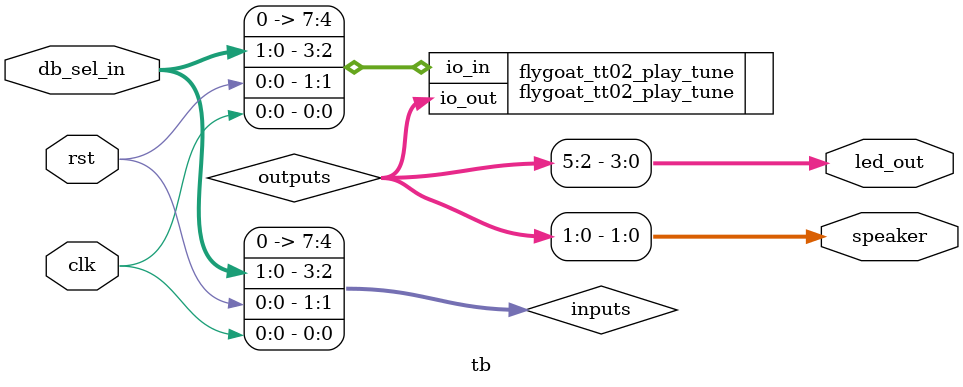
<source format=v>
`default_nettype none
`timescale 1ns/1ps

/*
this testbench just instantiates the module and makes some convenient wires
that can be driven / tested by the cocotb test.py
*/

module tb (
    // testbench is controlled by test.py
    input clk,
    input rst,
    input [1:0] db_sel_in,
    output [1:0] speaker,
    output [3:0] led_out
    );

    // this part dumps the trace to a vcd file that can be viewed with GTKWave
    initial begin
        $dumpfile ("tb.vcd");
        $dumpvars (0, tb);
        #1;
    end

    // wire up the inputs and outputs
    wire [7:0] inputs = {6'b0, db_sel_in, rst, clk};
    wire [7:0] outputs;
    assign speaker = outputs[1:0];
    assign led_out = outputs[5:2];

    // instantiate the DUT
    flygoat_tt02_play_tune #(.MAX_COUNT(100)) flygoat_tt02_play_tune(
        .io_in  (inputs),
        .io_out (outputs)
        );

endmodule

</source>
